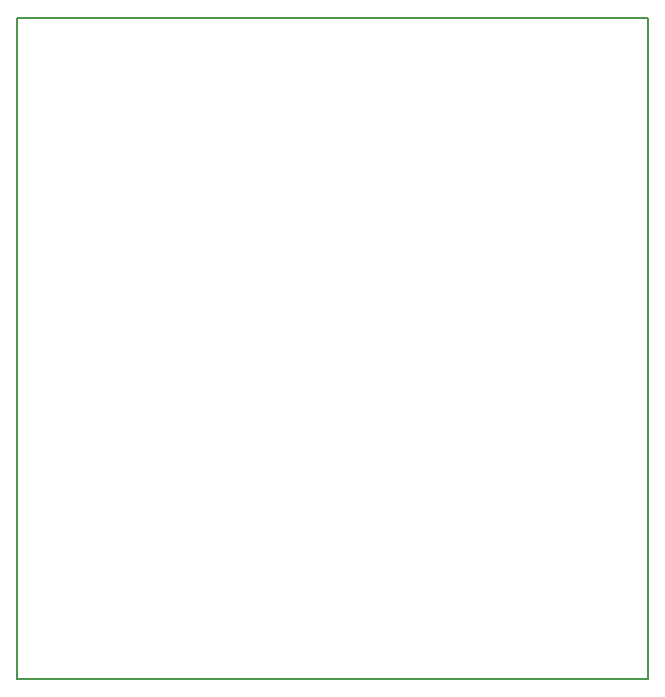
<source format=gm1>
G04 MADE WITH FRITZING*
G04 WWW.FRITZING.ORG*
G04 DOUBLE SIDED*
G04 HOLES PLATED*
G04 CONTOUR ON CENTER OF CONTOUR VECTOR*
%ASAXBY*%
%FSLAX23Y23*%
%MOIN*%
%OFA0B0*%
%SFA1.0B1.0*%
%ADD10R,2.110690X2.212530*%
%ADD11C,0.008000*%
%ADD10C,0.008*%
%LNCONTOUR*%
G90*
G70*
G54D10*
G54D11*
X8Y2205D02*
X2111Y2205D01*
X2111Y0D01*
X8Y0D01*
X8Y2205D01*
D02*
G04 End of contour*
M02*
</source>
